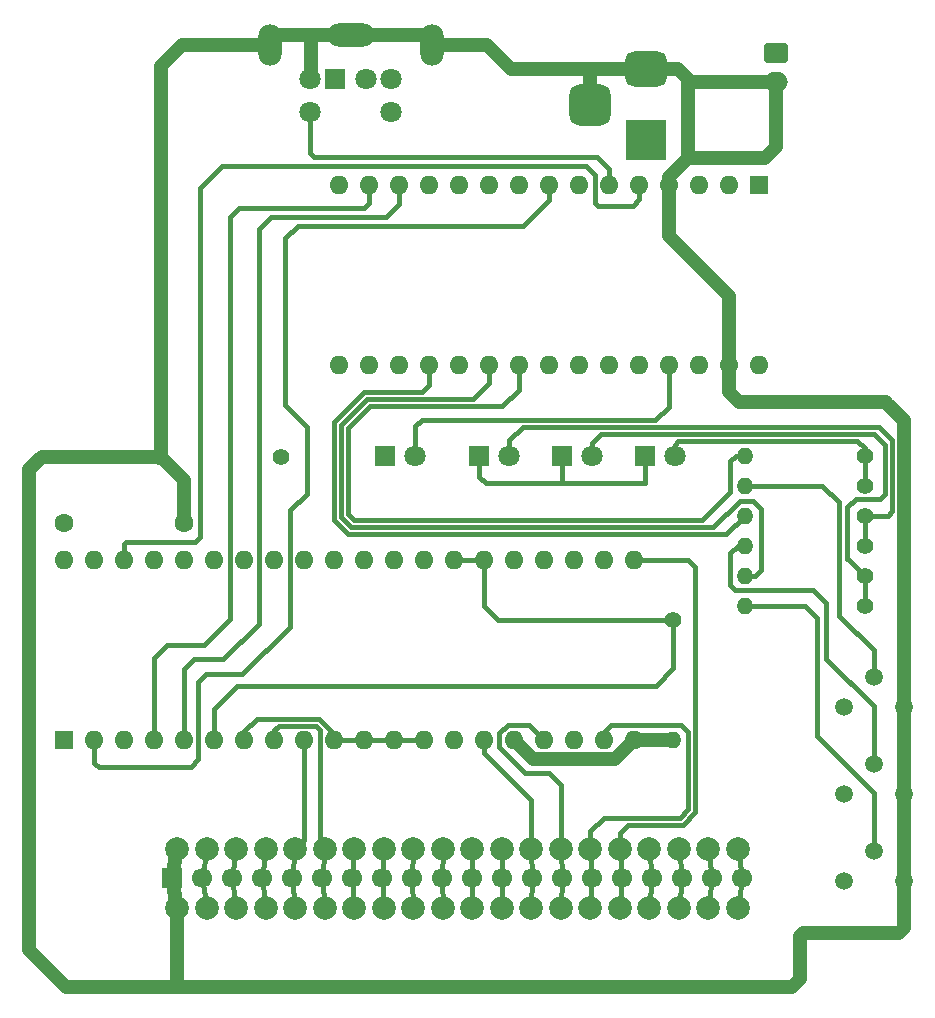
<source format=gbr>
%TF.GenerationSoftware,KiCad,Pcbnew,9.0.3*%
%TF.CreationDate,2025-11-18T20:02:22+00:00*%
%TF.ProjectId,EinsteinTC01PS2,45696e73-7465-4696-9e54-433031505332,rev?*%
%TF.SameCoordinates,Original*%
%TF.FileFunction,Copper,L2,Bot*%
%TF.FilePolarity,Positive*%
%FSLAX46Y46*%
G04 Gerber Fmt 4.6, Leading zero omitted, Abs format (unit mm)*
G04 Created by KiCad (PCBNEW 9.0.3) date 2025-11-18 20:02:22*
%MOMM*%
%LPD*%
G01*
G04 APERTURE LIST*
G04 Aperture macros list*
%AMRoundRect*
0 Rectangle with rounded corners*
0 $1 Rounding radius*
0 $2 $3 $4 $5 $6 $7 $8 $9 X,Y pos of 4 corners*
0 Add a 4 corners polygon primitive as box body*
4,1,4,$2,$3,$4,$5,$6,$7,$8,$9,$2,$3,0*
0 Add four circle primitives for the rounded corners*
1,1,$1+$1,$2,$3*
1,1,$1+$1,$4,$5*
1,1,$1+$1,$6,$7*
1,1,$1+$1,$8,$9*
0 Add four rect primitives between the rounded corners*
20,1,$1+$1,$2,$3,$4,$5,0*
20,1,$1+$1,$4,$5,$6,$7,0*
20,1,$1+$1,$6,$7,$8,$9,0*
20,1,$1+$1,$8,$9,$2,$3,0*%
G04 Aperture macros list end*
%TA.AperFunction,ComponentPad*%
%ADD10C,1.400000*%
%TD*%
%TA.AperFunction,ComponentPad*%
%ADD11O,1.400000X1.400000*%
%TD*%
%TA.AperFunction,ComponentPad*%
%ADD12RoundRect,0.250000X-0.750000X0.600000X-0.750000X-0.600000X0.750000X-0.600000X0.750000X0.600000X0*%
%TD*%
%TA.AperFunction,ComponentPad*%
%ADD13O,2.000000X1.700000*%
%TD*%
%TA.AperFunction,ComponentPad*%
%ADD14R,3.500000X3.500000*%
%TD*%
%TA.AperFunction,ComponentPad*%
%ADD15RoundRect,0.750000X-1.000000X0.750000X-1.000000X-0.750000X1.000000X-0.750000X1.000000X0.750000X0*%
%TD*%
%TA.AperFunction,ComponentPad*%
%ADD16RoundRect,0.875000X-0.875000X0.875000X-0.875000X-0.875000X0.875000X-0.875000X0.875000X0.875000X0*%
%TD*%
%TA.AperFunction,ComponentPad*%
%ADD17R,1.800000X1.800000*%
%TD*%
%TA.AperFunction,ComponentPad*%
%ADD18C,1.800000*%
%TD*%
%TA.AperFunction,ComponentPad*%
%ADD19R,1.600000X1.600000*%
%TD*%
%TA.AperFunction,ComponentPad*%
%ADD20O,1.600000X1.600000*%
%TD*%
%TA.AperFunction,ComponentPad*%
%ADD21C,1.500000*%
%TD*%
%TA.AperFunction,ComponentPad*%
%ADD22C,2.000000*%
%TD*%
%TA.AperFunction,ComponentPad*%
%ADD23R,1.700000X1.700000*%
%TD*%
%TA.AperFunction,ComponentPad*%
%ADD24C,1.700000*%
%TD*%
%TA.AperFunction,ComponentPad*%
%ADD25O,2.000000X3.500000*%
%TD*%
%TA.AperFunction,ComponentPad*%
%ADD26O,4.000000X2.000000*%
%TD*%
%TA.AperFunction,ComponentPad*%
%ADD27C,1.600000*%
%TD*%
%TA.AperFunction,Conductor*%
%ADD28C,1.200000*%
%TD*%
%TA.AperFunction,Conductor*%
%ADD29C,0.400000*%
%TD*%
G04 APERTURE END LIST*
D10*
%TO.P,R5,1*%
%TO.N,Net-(D4-A)*%
X230190000Y-103470000D03*
D11*
%TO.P,R5,2*%
%TO.N,CTRL*%
X220030000Y-103470000D03*
%TD*%
D10*
%TO.P,R4,1*%
%TO.N,Net-(D3-A)*%
X230190000Y-98380000D03*
D11*
%TO.P,R4,2*%
%TO.N,SHIFT*%
X220030000Y-98380000D03*
%TD*%
D12*
%TO.P,J3,1,Pin_1*%
%TO.N,+5V*%
X222730000Y-59200000D03*
D13*
%TO.P,J3,2,Pin_2*%
%TO.N,GND*%
X222730000Y-61700000D03*
%TD*%
D14*
%TO.P,J1,1*%
%TO.N,+5V*%
X211660000Y-66590000D03*
D15*
%TO.P,J1,2*%
%TO.N,GND*%
X211660000Y-60590000D03*
D16*
%TO.P,J1,3*%
X206960000Y-63590000D03*
%TD*%
D10*
%TO.P,R9,1*%
%TO.N,Net-(D4-A)*%
X230190000Y-106010000D03*
D11*
%TO.P,R9,2*%
%TO.N,Net-(Q3-B)*%
X220030000Y-106010000D03*
%TD*%
D17*
%TO.P,D5,1,K*%
%TO.N,GND*%
X211590000Y-93370000D03*
D18*
%TO.P,D5,2,A*%
%TO.N,Net-(D5-A)*%
X214130000Y-93370000D03*
%TD*%
D19*
%TO.P,U2,1,TX1*%
%TO.N,unconnected-(U2-TX1-Pad1)*%
X221240000Y-70435000D03*
D20*
%TO.P,U2,2,RXD*%
%TO.N,unconnected-(U2-RXD-Pad2)*%
X218700000Y-70435000D03*
%TO.P,U2,3,RST*%
%TO.N,unconnected-(U2-RST-Pad3)*%
X216160000Y-70435000D03*
%TO.P,U2,4,GND*%
%TO.N,GND*%
X213620000Y-70435000D03*
%TO.P,U2,5,D2*%
%TO.N,MTDATA*%
X211080000Y-70435000D03*
%TO.P,U2,6,D3*%
%TO.N,PS2-CLK*%
X208540000Y-70435000D03*
%TO.P,U2,7,D4*%
%TO.N,MTSTROBE*%
X206000000Y-70435000D03*
%TO.P,U2,8,D5*%
%TO.N,AY2*%
X203460000Y-70435000D03*
%TO.P,U2,9,D6*%
%TO.N,AY1*%
X200920000Y-70435000D03*
%TO.P,U2,10,D7*%
%TO.N,AY0*%
X198380000Y-70435000D03*
%TO.P,U2,11,D8*%
%TO.N,AX2*%
X195840000Y-70435000D03*
%TO.P,U2,12,D9*%
%TO.N,AX1*%
X193300000Y-70435000D03*
%TO.P,U2,13,D10*%
%TO.N,AX0*%
X190760000Y-70435000D03*
%TO.P,U2,14,D11*%
%TO.N,AX3*%
X188220000Y-70435000D03*
%TO.P,U2,15,D12*%
%TO.N,PS2-DATA*%
X185680000Y-70435000D03*
%TO.P,U2,16,D13*%
%TO.N,MTRESET*%
X185680000Y-85675000D03*
%TO.P,U2,17,3V3*%
%TO.N,unconnected-(U2-3V3-Pad17)*%
X188220000Y-85675000D03*
%TO.P,U2,18,REF*%
%TO.N,unconnected-(U2-REF-Pad18)*%
X190760000Y-85675000D03*
%TO.P,U2,19,A0*%
%TO.N,SHIFT*%
X193300000Y-85675000D03*
%TO.P,U2,20,A1*%
%TO.N,unconnected-(U2-A1-Pad20)*%
X195840000Y-85675000D03*
%TO.P,U2,21,A2*%
%TO.N,CTRL*%
X198380000Y-85675000D03*
%TO.P,U2,22,A3*%
%TO.N,GRPH*%
X200920000Y-85675000D03*
%TO.P,U2,23,A4*%
%TO.N,unconnected-(U2-A4-Pad23)*%
X203460000Y-85675000D03*
%TO.P,U2,24,A5*%
%TO.N,unconnected-(U2-A5-Pad24)*%
X206000000Y-85675000D03*
%TO.P,U2,25,A6*%
%TO.N,unconnected-(U2-A6-Pad25)*%
X208540000Y-85675000D03*
%TO.P,U2,26,A7*%
%TO.N,unconnected-(U2-A7-Pad26)*%
X211080000Y-85675000D03*
%TO.P,U2,27,5V*%
%TO.N,+5V*%
X213620000Y-85675000D03*
%TO.P,U2,28,RST*%
%TO.N,unconnected-(U2-RST-Pad28)*%
X216160000Y-85675000D03*
%TO.P,U2,29,GND*%
%TO.N,GND*%
X218700000Y-85675000D03*
%TO.P,U2,30,VIN*%
%TO.N,unconnected-(U2-VIN-Pad30)*%
X221240000Y-85675000D03*
%TD*%
D17*
%TO.P,D4,1,K*%
%TO.N,GND*%
X204600000Y-93370000D03*
D18*
%TO.P,D4,2,A*%
%TO.N,Net-(D4-A)*%
X207140000Y-93370000D03*
%TD*%
D21*
%TO.P,Q3,1,C*%
%TO.N,~{CTRL}*%
X228440000Y-129330000D03*
%TO.P,Q3,2,B*%
%TO.N,Net-(Q3-B)*%
X230980000Y-126790000D03*
%TO.P,Q3,3,E*%
%TO.N,GND*%
X233520000Y-129330000D03*
%TD*%
D19*
%TO.P,U1,1,Y3*%
%TO.N,Y3*%
X162440000Y-117380000D03*
D20*
%TO.P,U1,2,AY2*%
%TO.N,AY2*%
X164980000Y-117380000D03*
%TO.P,U1,3,RESET*%
%TO.N,MTRESET*%
X167520000Y-117380000D03*
%TO.P,U1,4,AX3*%
%TO.N,AX3*%
X170060000Y-117380000D03*
%TO.P,U1,5,AX0*%
%TO.N,AX0*%
X172600000Y-117380000D03*
%TO.P,U1,6,X14*%
%TO.N,Net-(U1-X10)*%
X175140000Y-117380000D03*
%TO.P,U1,7,X15*%
X177680000Y-117380000D03*
%TO.P,U1,8,X6*%
%TO.N,X6*%
X180220000Y-117380000D03*
%TO.P,U1,9,X7*%
%TO.N,X7*%
X182760000Y-117380000D03*
%TO.P,U1,10,X8*%
%TO.N,Net-(U1-X10)*%
X185300000Y-117380000D03*
%TO.P,U1,11,X9*%
X187840000Y-117380000D03*
%TO.P,U1,12,X10*%
X190380000Y-117380000D03*
%TO.P,U1,13,X11*%
X192920000Y-117380000D03*
%TO.P,U1,14,N/C*%
%TO.N,unconnected-(U1-N{slash}C-Pad14)*%
X195460000Y-117380000D03*
%TO.P,U1,15,Y7*%
%TO.N,Y7*%
X198000000Y-117380000D03*
%TO.P,U1,16,VSS*%
%TO.N,GND*%
X200540000Y-117380000D03*
%TO.P,U1,17,Y6*%
%TO.N,Y6*%
X203080000Y-117380000D03*
%TO.P,U1,18,STROBE*%
%TO.N,MTSTROBE*%
X205620000Y-117380000D03*
%TO.P,U1,19,Y5*%
%TO.N,Y5*%
X208160000Y-117380000D03*
%TO.P,U1,20,VEE*%
%TO.N,GND*%
X210700000Y-117380000D03*
%TO.P,U1,21,Y4*%
%TO.N,Y4*%
X210700000Y-102140000D03*
%TO.P,U1,22,AX1*%
%TO.N,AX1*%
X208160000Y-102140000D03*
%TO.P,U1,23,AX2*%
%TO.N,AX2*%
X205620000Y-102140000D03*
%TO.P,U1,24,AY0*%
%TO.N,AY0*%
X203080000Y-102140000D03*
%TO.P,U1,25,AY1*%
%TO.N,AY1*%
X200540000Y-102140000D03*
%TO.P,U1,26,X13*%
%TO.N,Net-(U1-X10)*%
X198000000Y-102140000D03*
%TO.P,U1,27,X12*%
X195460000Y-102140000D03*
%TO.P,U1,28,X5*%
%TO.N,X5*%
X192920000Y-102140000D03*
%TO.P,U1,29,X4*%
%TO.N,X4*%
X190380000Y-102140000D03*
%TO.P,U1,30,X3*%
%TO.N,X3*%
X187840000Y-102140000D03*
%TO.P,U1,31,X2*%
%TO.N,X2*%
X185300000Y-102140000D03*
%TO.P,U1,32,X1*%
%TO.N,X1*%
X182760000Y-102140000D03*
%TO.P,U1,33,X0*%
%TO.N,X0*%
X180220000Y-102140000D03*
%TO.P,U1,34,N/C*%
%TO.N,unconnected-(U1-N{slash}C-Pad34)*%
X177680000Y-102140000D03*
%TO.P,U1,35,Y0*%
%TO.N,Y0*%
X175140000Y-102140000D03*
%TO.P,U1,36,CS*%
%TO.N,+5V*%
X172600000Y-102140000D03*
%TO.P,U1,37,Y1*%
%TO.N,Y1*%
X170060000Y-102140000D03*
%TO.P,U1,38,DATA*%
%TO.N,MTDATA*%
X167520000Y-102140000D03*
%TO.P,U1,39,Y2*%
%TO.N,Y2*%
X164980000Y-102140000D03*
%TO.P,U1,40,VDD*%
%TO.N,+5V*%
X162440000Y-102140000D03*
%TD*%
D10*
%TO.P,R6,1*%
%TO.N,Net-(D5-A)*%
X230190000Y-93300000D03*
D11*
%TO.P,R6,2*%
%TO.N,GRPH*%
X220030000Y-93300000D03*
%TD*%
D21*
%TO.P,Q2,1,C*%
%TO.N,~{SHIFT}*%
X228440000Y-121940000D03*
%TO.P,Q2,2,B*%
%TO.N,Net-(Q2-B)*%
X230980000Y-119400000D03*
%TO.P,Q2,3,E*%
%TO.N,GND*%
X233520000Y-121940000D03*
%TD*%
D17*
%TO.P,D3,1,K*%
%TO.N,GND*%
X197575000Y-93370000D03*
D18*
%TO.P,D3,2,A*%
%TO.N,Net-(D3-A)*%
X200115000Y-93370000D03*
%TD*%
D17*
%TO.P,D2,1,K*%
%TO.N,Net-(D2-K)*%
X189610000Y-93370000D03*
D18*
%TO.P,D2,2,A*%
%TO.N,+5V*%
X192150000Y-93370000D03*
%TD*%
D10*
%TO.P,R3,1*%
%TO.N,Net-(D2-K)*%
X180790000Y-93410000D03*
D11*
%TO.P,R3,2*%
%TO.N,GND*%
X170630000Y-93410000D03*
%TD*%
D21*
%TO.P,Q4,1,C*%
%TO.N,~{GRPH}*%
X228440000Y-114580000D03*
%TO.P,Q4,2,B*%
%TO.N,Net-(Q4-B)*%
X230980000Y-112040000D03*
%TO.P,Q4,3,E*%
%TO.N,GND*%
X233520000Y-114580000D03*
%TD*%
D10*
%TO.P,R1,1*%
%TO.N,Net-(U1-X10)*%
X213990000Y-107220000D03*
D11*
%TO.P,R1,2*%
%TO.N,GND*%
X213990000Y-117380000D03*
%TD*%
D22*
%TO.P,KB1,1,Pin_1*%
%TO.N,GND*%
X171980000Y-126600000D03*
D23*
X171580000Y-129100000D03*
D22*
X171980000Y-131600000D03*
%TO.P,KB1,2,Pin_2*%
%TO.N,~{CTRL}*%
X174480000Y-126600000D03*
D24*
X174120000Y-129100000D03*
D22*
X174480000Y-131600000D03*
%TO.P,KB1,3,Pin_3*%
%TO.N,~{SHIFT}*%
X176980000Y-126600000D03*
D24*
X176660000Y-129100000D03*
D22*
X176980000Y-131600000D03*
%TO.P,KB1,4,Pin_4*%
%TO.N,~{GRPH}*%
X179480000Y-126600000D03*
D24*
X179200000Y-129100000D03*
D22*
X179480000Y-131600000D03*
%TO.P,KB1,5,Pin_5*%
%TO.N,X7*%
X181980000Y-126600000D03*
D24*
X181740000Y-129100000D03*
D22*
X181980000Y-131600000D03*
%TO.P,KB1,6,Pin_6*%
%TO.N,X6*%
X184480000Y-126600000D03*
D24*
X184280000Y-129100000D03*
D22*
X184480000Y-131600000D03*
%TO.P,KB1,7,Pin_7*%
%TO.N,X5*%
X186980000Y-126600000D03*
D24*
X186820000Y-129100000D03*
D22*
X186980000Y-131600000D03*
%TO.P,KB1,8,Pin_8*%
%TO.N,X4*%
X189480000Y-126600000D03*
D24*
X189360000Y-129100000D03*
D22*
X189480000Y-131600000D03*
%TO.P,KB1,9,Pin_9*%
%TO.N,X3*%
X191980000Y-126600000D03*
D24*
X191900000Y-129100000D03*
D22*
X191980000Y-131600000D03*
%TO.P,KB1,10,Pin_10*%
%TO.N,X2*%
X194480000Y-126600000D03*
D24*
X194440000Y-129100000D03*
D22*
X194480000Y-131600000D03*
%TO.P,KB1,11,Pin_11*%
%TO.N,X1*%
X196980000Y-126600000D03*
D24*
X196980000Y-129100000D03*
D22*
X196980000Y-131600000D03*
%TO.P,KB1,12,Pin_12*%
%TO.N,X0*%
X199480000Y-126600000D03*
D24*
X199520000Y-129100000D03*
D22*
X199480000Y-131600000D03*
%TO.P,KB1,13,Pin_13*%
%TO.N,Y7*%
X201980000Y-126600000D03*
D24*
X202060000Y-129100000D03*
D22*
X201980000Y-131600000D03*
%TO.P,KB1,14,Pin_14*%
%TO.N,Y6*%
X204480000Y-126600000D03*
D24*
X204600000Y-129100000D03*
D22*
X204480000Y-131600000D03*
%TO.P,KB1,15,Pin_15*%
%TO.N,Y5*%
X206980000Y-126600000D03*
D24*
X207140000Y-129100000D03*
D22*
X206980000Y-131600000D03*
%TO.P,KB1,16,Pin_16*%
%TO.N,Y4*%
X209480000Y-126600000D03*
D24*
X209680000Y-129100000D03*
D22*
X209480000Y-131600000D03*
%TO.P,KB1,17,Pin_17*%
%TO.N,Y3*%
X211980000Y-126600000D03*
D24*
X212220000Y-129100000D03*
D22*
X211980000Y-131600000D03*
%TO.P,KB1,18,Pin_18*%
%TO.N,Y2*%
X214480000Y-126600000D03*
D24*
X214760000Y-129100000D03*
D22*
X214480000Y-131600000D03*
%TO.P,KB1,19,Pin_19*%
%TO.N,Y1*%
X216940000Y-126600000D03*
D24*
X217300000Y-129100000D03*
D22*
X216940000Y-131600000D03*
%TO.P,KB1,20,Pin_20*%
%TO.N,Y0*%
X219480000Y-126600000D03*
D24*
X219840000Y-129100000D03*
D22*
X219480000Y-131600000D03*
%TD*%
D10*
%TO.P,R10,1*%
%TO.N,Net-(D5-A)*%
X230190000Y-95840000D03*
D11*
%TO.P,R10,2*%
%TO.N,Net-(Q4-B)*%
X220030000Y-95840000D03*
%TD*%
D17*
%TO.P,J2,1*%
%TO.N,PS2-DATA*%
X185380000Y-61380000D03*
D18*
%TO.P,J2,2*%
%TO.N,unconnected-(J2-Pad2)*%
X187980000Y-61380000D03*
%TO.P,J2,3*%
%TO.N,GND*%
X183280000Y-61380000D03*
%TO.P,J2,4*%
%TO.N,+5V*%
X190080000Y-61380000D03*
%TO.P,J2,5*%
%TO.N,PS2-CLK*%
X183280000Y-64180000D03*
%TO.P,J2,6*%
%TO.N,unconnected-(J2-Pad6)*%
X190080000Y-64180000D03*
D25*
%TO.P,J2,7,GND*%
%TO.N,GND*%
X193530000Y-58530000D03*
D26*
X186680000Y-57730000D03*
D25*
X179830000Y-58530000D03*
%TD*%
D27*
%TO.P,C1,1*%
%TO.N,+5V*%
X162442500Y-98997500D03*
%TO.P,C1,2*%
%TO.N,GND*%
X172602500Y-98997500D03*
%TD*%
D10*
%TO.P,R8,1*%
%TO.N,Net-(D3-A)*%
X230190000Y-100920000D03*
D11*
%TO.P,R8,2*%
%TO.N,Net-(Q2-B)*%
X220030000Y-100920000D03*
%TD*%
D28*
%TO.N,GND*%
X198220000Y-58530000D02*
X200280000Y-60590000D01*
X183280000Y-61380000D02*
X183290000Y-61370000D01*
X206840000Y-60590000D02*
X211660000Y-60590000D01*
X215210000Y-68140000D02*
X221760000Y-68140000D01*
X214410000Y-60590000D02*
X211660000Y-60590000D01*
X206960000Y-60710000D02*
X206840000Y-60590000D01*
X233520000Y-133290000D02*
X233090000Y-133720000D01*
X233520000Y-90301000D02*
X232040000Y-88821000D01*
X209099000Y-118981000D02*
X210700000Y-117380000D01*
X159481000Y-135171000D02*
X159481000Y-94459000D01*
X222730000Y-67170000D02*
X222730000Y-61700000D01*
X218700000Y-85675000D02*
X218700000Y-79830000D01*
X233520000Y-114580000D02*
X233520000Y-90301000D01*
X233520000Y-129330000D02*
X233520000Y-121940000D01*
X213620000Y-74750000D02*
X213620000Y-70435000D01*
D29*
X197575000Y-93370000D02*
X197575000Y-95085000D01*
D28*
X215210000Y-61390000D02*
X214410000Y-60590000D01*
X232040000Y-88821000D02*
X232040000Y-88781000D01*
X186680000Y-57730000D02*
X192730000Y-57730000D01*
X183290000Y-57730000D02*
X180630000Y-57730000D01*
X171890000Y-138270000D02*
X162580000Y-138270000D01*
X160530000Y-93410000D02*
X170630000Y-93410000D01*
D29*
X197575000Y-95085000D02*
X198120000Y-95630000D01*
D28*
X180630000Y-57730000D02*
X179830000Y-58530000D01*
X232040000Y-88781000D02*
X219531000Y-88781000D01*
X171980000Y-131600000D02*
X171580000Y-129100000D01*
X224700000Y-133980000D02*
X224700000Y-137590000D01*
X222730000Y-61700000D02*
X215520000Y-61700000D01*
D29*
X211590000Y-93370000D02*
X211590000Y-95620000D01*
D28*
X172602500Y-95382500D02*
X170630000Y-93410000D01*
X224700000Y-137590000D02*
X224020000Y-138270000D01*
X218700000Y-87950000D02*
X218700000Y-85675000D01*
X202141000Y-118981000D02*
X209099000Y-118981000D01*
X213620000Y-69730000D02*
X215210000Y-68140000D01*
X218700000Y-79830000D02*
X213620000Y-74750000D01*
D29*
X198120000Y-95630000D02*
X204590000Y-95630000D01*
D28*
X171980000Y-138180000D02*
X171890000Y-138270000D01*
X193530000Y-58530000D02*
X198220000Y-58530000D01*
X171580000Y-129100000D02*
X171980000Y-126600000D01*
D29*
X204600000Y-95620000D02*
X204590000Y-95630000D01*
D28*
X162580000Y-138270000D02*
X159481000Y-135171000D01*
X200540000Y-117380000D02*
X202141000Y-118981000D01*
X215520000Y-61700000D02*
X215210000Y-61390000D01*
X200280000Y-60590000D02*
X206840000Y-60590000D01*
X183290000Y-61370000D02*
X183290000Y-57730000D01*
X186680000Y-57730000D02*
X183290000Y-57730000D01*
X206960000Y-63590000D02*
X206960000Y-60710000D01*
X172430000Y-58530000D02*
X179830000Y-58530000D01*
X172602500Y-98997500D02*
X172602500Y-95382500D01*
X221760000Y-68140000D02*
X222730000Y-67170000D01*
X170630000Y-93410000D02*
X170630000Y-60330000D01*
D29*
X211590000Y-95620000D02*
X211580000Y-95630000D01*
D28*
X233520000Y-121940000D02*
X233520000Y-114580000D01*
X233520000Y-129330000D02*
X233520000Y-133290000D01*
X213620000Y-70435000D02*
X213620000Y-69730000D01*
D29*
X204600000Y-93370000D02*
X204600000Y-95620000D01*
X204590000Y-95630000D02*
X211580000Y-95630000D01*
D28*
X224960000Y-133720000D02*
X224700000Y-133980000D01*
X215210000Y-68140000D02*
X215210000Y-61390000D01*
X233090000Y-133720000D02*
X224960000Y-133720000D01*
X159481000Y-94459000D02*
X160530000Y-93410000D01*
X170630000Y-60330000D02*
X172430000Y-58530000D01*
X219531000Y-88781000D02*
X218700000Y-87950000D01*
X210700000Y-117380000D02*
X213990000Y-117380000D01*
X224020000Y-138270000D02*
X171890000Y-138270000D01*
X171980000Y-131600000D02*
X171980000Y-138180000D01*
X192730000Y-57730000D02*
X193530000Y-58530000D01*
D29*
%TO.N,+5V*%
X212490000Y-90290000D02*
X192690000Y-90290000D01*
X213620000Y-85675000D02*
X213620000Y-89160000D01*
X192690000Y-90290000D02*
X192150000Y-90830000D01*
X192150000Y-90830000D02*
X192150000Y-93370000D01*
X213620000Y-89160000D02*
X212490000Y-90290000D01*
%TO.N,PS2-CLK*%
X208540000Y-69010000D02*
X207530000Y-68000000D01*
X183280000Y-67700000D02*
X183280000Y-64180000D01*
X183580000Y-68000000D02*
X183280000Y-67700000D01*
X207530000Y-68000000D02*
X183580000Y-68000000D01*
X208540000Y-70435000D02*
X208540000Y-69010000D01*
%TO.N,~{CTRL}*%
X174480000Y-126600000D02*
X174120000Y-129100000D01*
X174120000Y-129100000D02*
X174480000Y-131600000D01*
%TO.N,Y0*%
X219480000Y-126600000D02*
X219840000Y-129100000D01*
X219840000Y-129100000D02*
X219480000Y-131600000D01*
%TO.N,Y1*%
X216940000Y-126600000D02*
X217300000Y-129100000D01*
X217300000Y-129100000D02*
X216940000Y-131600000D01*
%TO.N,Y2*%
X214480000Y-126600000D02*
X214760000Y-129100000D01*
X214760000Y-129100000D02*
X214480000Y-131600000D01*
%TO.N,Y3*%
X211980000Y-126600000D02*
X212220000Y-129100000D01*
X212220000Y-129100000D02*
X211980000Y-131600000D01*
%TO.N,Y4*%
X209680000Y-129100000D02*
X209480000Y-131600000D01*
X215851000Y-102721000D02*
X215270000Y-102140000D01*
X215270000Y-102140000D02*
X210700000Y-102140000D01*
X209480000Y-126600000D02*
X209680000Y-129100000D01*
X214809942Y-124560000D02*
X215851000Y-123518942D01*
X210200000Y-124560000D02*
X214809942Y-124560000D01*
X209480000Y-125280000D02*
X210200000Y-124560000D01*
X209480000Y-126600000D02*
X209480000Y-125280000D01*
X215851000Y-123518942D02*
X215851000Y-102721000D01*
%TO.N,Y5*%
X208100000Y-123950000D02*
X206980000Y-125070000D01*
X206980000Y-126600000D02*
X207140000Y-129100000D01*
X215250000Y-123270000D02*
X214570000Y-123950000D01*
X208710000Y-116130000D02*
X214650000Y-116130000D01*
X215250000Y-116730000D02*
X215250000Y-123270000D01*
X214570000Y-123950000D02*
X208100000Y-123950000D01*
X206980000Y-125070000D02*
X206980000Y-126600000D01*
X208160000Y-117380000D02*
X208160000Y-116680000D01*
X207140000Y-129100000D02*
X206980000Y-131600000D01*
X208160000Y-116680000D02*
X208710000Y-116130000D01*
X214650000Y-116130000D02*
X215250000Y-116730000D01*
%TO.N,~{SHIFT}*%
X176980000Y-126600000D02*
X176660000Y-129100000D01*
X176660000Y-129100000D02*
X176980000Y-131600000D01*
%TO.N,Net-(D3-A)*%
X231381000Y-90891000D02*
X232519000Y-92029000D01*
X200115000Y-93370000D02*
X200115000Y-92016000D01*
X232519000Y-92029000D02*
X232519000Y-98011000D01*
X232150000Y-98380000D02*
X230190000Y-98380000D01*
X201240000Y-90891000D02*
X231381000Y-90891000D01*
X232519000Y-98011000D02*
X232150000Y-98380000D01*
X200115000Y-92016000D02*
X201240000Y-90891000D01*
X230190000Y-98380000D02*
X230190000Y-100920000D01*
%TO.N,Net-(D4-A)*%
X228750000Y-97650000D02*
X228750000Y-102040000D01*
X231918000Y-92408000D02*
X231918000Y-96540000D01*
X231517000Y-96941000D02*
X229459000Y-96941000D01*
X229459000Y-96941000D02*
X228750000Y-97650000D01*
X228750000Y-102040000D02*
X228760000Y-102040000D01*
X207888000Y-91492000D02*
X231002000Y-91492000D01*
X230190000Y-103470000D02*
X230190000Y-106010000D01*
X207140000Y-92240000D02*
X207888000Y-91492000D01*
X231002000Y-91492000D02*
X231918000Y-92408000D01*
X228760000Y-102040000D02*
X230190000Y-103470000D01*
X231918000Y-96540000D02*
X231517000Y-96941000D01*
X207140000Y-93370000D02*
X207140000Y-92240000D01*
%TO.N,X0*%
X199520000Y-129100000D02*
X199480000Y-131600000D01*
X199480000Y-126600000D02*
X199520000Y-129100000D01*
%TO.N,X1*%
X196980000Y-126600000D02*
X196980000Y-129100000D01*
X196980000Y-129100000D02*
X196980000Y-131600000D01*
%TO.N,X2*%
X194440000Y-129100000D02*
X194480000Y-131600000D01*
X194480000Y-126600000D02*
X194440000Y-129100000D01*
%TO.N,X3*%
X191980000Y-126600000D02*
X191900000Y-129100000D01*
X191900000Y-129100000D02*
X191980000Y-131600000D01*
%TO.N,X4*%
X189360000Y-129100000D02*
X189480000Y-131600000D01*
X189480000Y-126600000D02*
X189360000Y-129100000D01*
%TO.N,X5*%
X186820000Y-129100000D02*
X186980000Y-131600000D01*
X186980000Y-126600000D02*
X186820000Y-129100000D01*
%TO.N,X6*%
X180220000Y-116580000D02*
X180220000Y-117380000D01*
X184099000Y-116539000D02*
X183739000Y-116179000D01*
X180621000Y-116179000D02*
X180220000Y-116580000D01*
X184480000Y-126600000D02*
X184280000Y-129100000D01*
X184280000Y-129100000D02*
X184480000Y-131600000D01*
X183739000Y-116179000D02*
X180621000Y-116179000D01*
X184099000Y-126219000D02*
X184099000Y-116539000D01*
X184480000Y-126600000D02*
X184099000Y-126219000D01*
%TO.N,X7*%
X181740000Y-129100000D02*
X181980000Y-131600000D01*
X182760000Y-125820000D02*
X181980000Y-126600000D01*
X181980000Y-126600000D02*
X181740000Y-129100000D01*
X182760000Y-117380000D02*
X182760000Y-125820000D01*
%TO.N,Y7*%
X201980000Y-122450000D02*
X198000000Y-118470000D01*
X198000000Y-118470000D02*
X198000000Y-117380000D01*
X201980000Y-126600000D02*
X202060000Y-129100000D01*
X202060000Y-129100000D02*
X201980000Y-131600000D01*
X201980000Y-126600000D02*
X201980000Y-122450000D01*
%TO.N,~{GRPH}*%
X179480000Y-126600000D02*
X179200000Y-129100000D01*
X179200000Y-129100000D02*
X179480000Y-131600000D01*
%TO.N,Net-(D5-A)*%
X229593000Y-92093000D02*
X230190000Y-92690000D01*
X214130000Y-92373000D02*
X214410000Y-92093000D01*
X230190000Y-92690000D02*
X230190000Y-93300000D01*
X214410000Y-92093000D02*
X229593000Y-92093000D01*
X214130000Y-93370000D02*
X214130000Y-92373000D01*
X230190000Y-95840000D02*
X230190000Y-93300000D01*
%TO.N,Net-(U1-X10)*%
X198000000Y-106080000D02*
X199140000Y-107220000D01*
X185300000Y-117380000D02*
X185300000Y-116890058D01*
X212510000Y-112800000D02*
X213990000Y-111320000D01*
X185300000Y-116890058D02*
X183987942Y-115578000D01*
X183987942Y-115578000D02*
X178762000Y-115578000D01*
X177680000Y-116660000D02*
X177680000Y-117380000D01*
X175140000Y-114720000D02*
X177060000Y-112800000D01*
X213990000Y-111320000D02*
X213990000Y-107220000D01*
X175140000Y-117380000D02*
X175140000Y-114720000D01*
X199140000Y-107220000D02*
X213990000Y-107220000D01*
X198000000Y-102140000D02*
X198000000Y-106080000D01*
X177060000Y-112800000D02*
X212510000Y-112800000D01*
X192920000Y-117380000D02*
X185300000Y-117380000D01*
X198000000Y-102140000D02*
X195460000Y-102140000D01*
X178762000Y-115578000D02*
X177680000Y-116660000D01*
%TO.N,Y6*%
X201820000Y-116120000D02*
X199970000Y-116120000D01*
X204600000Y-129100000D02*
X204480000Y-131600000D01*
X204480000Y-126600000D02*
X204600000Y-129100000D01*
X203080000Y-117380000D02*
X201820000Y-116120000D01*
X201450000Y-120180000D02*
X203500000Y-120180000D01*
X203500000Y-120180000D02*
X204480000Y-121160000D01*
X204480000Y-121160000D02*
X204480000Y-126600000D01*
X199970000Y-116120000D02*
X199280000Y-116810000D01*
X199280000Y-116810000D02*
X199280000Y-118010000D01*
X199280000Y-118010000D02*
X201450000Y-120180000D01*
%TO.N,AY2*%
X181559000Y-107791000D02*
X177510000Y-111840000D01*
X203460000Y-70435000D02*
X203460000Y-71690000D01*
X165350000Y-119680000D02*
X164980000Y-119310000D01*
X182950000Y-90850000D02*
X182950000Y-96530000D01*
X174410000Y-111840000D02*
X173800000Y-112450000D01*
X181559000Y-97921000D02*
X181559000Y-107791000D01*
X181160000Y-74920000D02*
X181160000Y-89060000D01*
X173801000Y-119009000D02*
X173130000Y-119680000D01*
X164980000Y-119310000D02*
X164980000Y-117380000D01*
X173130000Y-119680000D02*
X165350000Y-119680000D01*
X173800000Y-112450000D02*
X173800000Y-113108000D01*
X181160000Y-89060000D02*
X182950000Y-90850000D01*
X173800000Y-113108000D02*
X173801000Y-113109000D01*
X173801000Y-113109000D02*
X173801000Y-119009000D01*
X201280000Y-73870000D02*
X182210000Y-73870000D01*
X177510000Y-111840000D02*
X174410000Y-111840000D01*
X182950000Y-96530000D02*
X181559000Y-97921000D01*
X203460000Y-71690000D02*
X201280000Y-73870000D01*
X182210000Y-73870000D02*
X181160000Y-74920000D01*
%TO.N,MTDATA*%
X207339000Y-69539000D02*
X206570000Y-68770000D01*
X207339000Y-71899000D02*
X207339000Y-69539000D01*
X167660000Y-100590000D02*
X167500000Y-100750000D01*
X167500000Y-102120000D02*
X167520000Y-102140000D01*
X207590000Y-72150000D02*
X207339000Y-71899000D01*
X173930000Y-70660000D02*
X173930000Y-100160000D01*
X211080000Y-71620000D02*
X210550000Y-72150000D01*
X175820000Y-68770000D02*
X173930000Y-70660000D01*
X173930000Y-100160000D02*
X173500000Y-100590000D01*
X210550000Y-72150000D02*
X207590000Y-72150000D01*
X206570000Y-68770000D02*
X175820000Y-68770000D01*
X167500000Y-100750000D02*
X167500000Y-102120000D01*
X211080000Y-70435000D02*
X211080000Y-71620000D01*
X173500000Y-100590000D02*
X167660000Y-100590000D01*
%TO.N,AX3*%
X170060000Y-117380000D02*
X170060000Y-110470000D01*
X176479000Y-107161000D02*
X176479000Y-74491000D01*
X187780000Y-72330000D02*
X188220000Y-71890000D01*
X176480000Y-73120000D02*
X177270000Y-72330000D01*
X171170000Y-109360000D02*
X174280000Y-109360000D01*
X177270000Y-72330000D02*
X187780000Y-72330000D01*
X174280000Y-109360000D02*
X176479000Y-107161000D01*
X170060000Y-110470000D02*
X171170000Y-109360000D01*
X176480000Y-74490000D02*
X176480000Y-73120000D01*
X176479000Y-74491000D02*
X176480000Y-74490000D01*
X188220000Y-71890000D02*
X188220000Y-70435000D01*
%TO.N,AX0*%
X178900000Y-74160000D02*
X179980000Y-73080000D01*
X179980000Y-73080000D02*
X189710000Y-73080000D01*
X189710000Y-73080000D02*
X190760000Y-72030000D01*
X172600000Y-117380000D02*
X172600000Y-111410000D01*
X173450000Y-110560000D02*
X175890000Y-110560000D01*
X190760000Y-72030000D02*
X190760000Y-70435000D01*
X175890000Y-110560000D02*
X178900000Y-107550000D01*
X178900000Y-107550000D02*
X178900000Y-74160000D01*
X172600000Y-111410000D02*
X173450000Y-110560000D01*
%TO.N,GRPH*%
X200920000Y-87750000D02*
X199538000Y-89132000D01*
X216402000Y-98758000D02*
X218792058Y-96367942D01*
X186472000Y-90967884D02*
X186472000Y-98242116D01*
X200920000Y-85675000D02*
X200920000Y-87750000D01*
X186472000Y-98242116D02*
X186987884Y-98758000D01*
X219280000Y-93300000D02*
X220030000Y-93300000D01*
X218792058Y-93787942D02*
X219280000Y-93300000D01*
X186987884Y-98758000D02*
X216402000Y-98758000D01*
X188307884Y-89132000D02*
X186472000Y-90967884D01*
X199538000Y-89132000D02*
X188307884Y-89132000D01*
X218792058Y-96367942D02*
X218792058Y-93787942D01*
%TO.N,SHIFT*%
X193300000Y-87370000D02*
X192740000Y-87930000D01*
X193300000Y-85675000D02*
X193300000Y-87370000D01*
X185270000Y-90470000D02*
X185270000Y-98740000D01*
X185270000Y-98740000D02*
X186490000Y-99960000D01*
X186490000Y-99960000D02*
X218450000Y-99960000D01*
X192740000Y-87930000D02*
X187810000Y-87930000D01*
X187810000Y-87930000D02*
X185270000Y-90470000D01*
X218450000Y-99960000D02*
X220030000Y-98380000D01*
%TO.N,CTRL*%
X219620000Y-97120000D02*
X220730000Y-97120000D01*
X186738942Y-99359000D02*
X217381000Y-99359000D01*
X220730000Y-97120000D02*
X221400000Y-97790000D01*
X198380000Y-87180000D02*
X197029000Y-88531000D01*
X221400000Y-97790000D02*
X221400000Y-103000000D01*
X220930000Y-103470000D02*
X220030000Y-103470000D01*
X217381000Y-99359000D02*
X219620000Y-97120000D01*
X188058942Y-88531000D02*
X185871000Y-90718942D01*
X198380000Y-85675000D02*
X198380000Y-87180000D01*
X185871000Y-90718942D02*
X185871000Y-98491058D01*
X197029000Y-88531000D02*
X188058942Y-88531000D01*
X221400000Y-103000000D02*
X220930000Y-103470000D01*
X185871000Y-98491058D02*
X186738942Y-99359000D01*
%TO.N,Net-(Q2-B)*%
X218810000Y-101550000D02*
X218810000Y-104250000D01*
X218810000Y-104250000D02*
X219260000Y-104700000D01*
X219260000Y-104700000D02*
X225860000Y-104700000D01*
X226950000Y-110520000D02*
X230980000Y-114550000D01*
X220030000Y-100920000D02*
X219440000Y-100920000D01*
X219440000Y-100920000D02*
X218810000Y-101550000D01*
X226950000Y-105790000D02*
X226950000Y-110520000D01*
X230980000Y-114550000D02*
X230980000Y-119400000D01*
X225860000Y-104700000D02*
X226950000Y-105790000D01*
%TO.N,Net-(Q3-B)*%
X226160000Y-107060000D02*
X226160000Y-117070000D01*
X225110000Y-106010000D02*
X226160000Y-107060000D01*
X230980000Y-121890000D02*
X230980000Y-126790000D01*
X226160000Y-117070000D02*
X230980000Y-121890000D01*
X220030000Y-106010000D02*
X225110000Y-106010000D01*
%TO.N,Net-(Q4-B)*%
X220030000Y-95840000D02*
X226630000Y-95840000D01*
X228050000Y-97260000D02*
X228050000Y-106860000D01*
X228050000Y-106860000D02*
X230980000Y-109790000D01*
X226630000Y-95840000D02*
X228050000Y-97260000D01*
X230980000Y-109790000D02*
X230980000Y-112040000D01*
%TD*%
M02*

</source>
